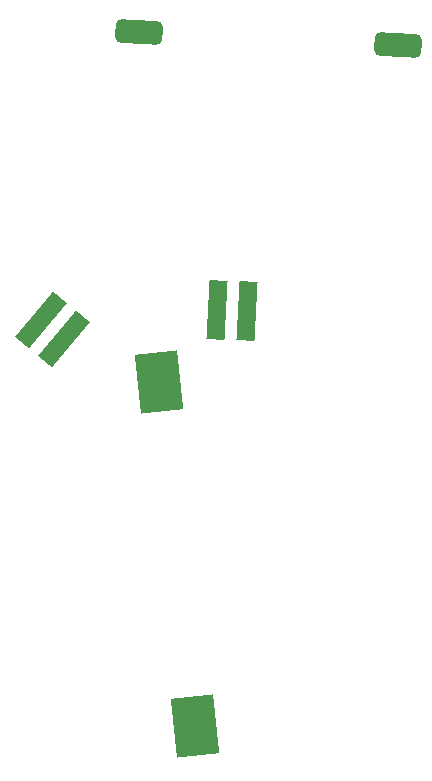
<source format=gbr>
%TF.GenerationSoftware,KiCad,Pcbnew,7.0.10*%
%TF.CreationDate,2024-05-13T16:35:13+02:00*%
%TF.ProjectId,MINT-Labs,4d494e54-2d4c-4616-9273-2e6b69636164,rev?*%
%TF.SameCoordinates,Original*%
%TF.FileFunction,Paste,Bot*%
%TF.FilePolarity,Positive*%
%FSLAX46Y46*%
G04 Gerber Fmt 4.6, Leading zero omitted, Abs format (unit mm)*
G04 Created by KiCad (PCBNEW 7.0.10) date 2024-05-13 16:35:13*
%MOMM*%
%LPD*%
G01*
G04 APERTURE LIST*
G04 Aperture macros list*
%AMRoundRect*
0 Rectangle with rounded corners*
0 $1 Rounding radius*
0 $2 $3 $4 $5 $6 $7 $8 $9 X,Y pos of 4 corners*
0 Add a 4 corners polygon primitive as box body*
4,1,4,$2,$3,$4,$5,$6,$7,$8,$9,$2,$3,0*
0 Add four circle primitives for the rounded corners*
1,1,$1+$1,$2,$3*
1,1,$1+$1,$4,$5*
1,1,$1+$1,$6,$7*
1,1,$1+$1,$8,$9*
0 Add four rect primitives between the rounded corners*
20,1,$1+$1,$2,$3,$4,$5,0*
20,1,$1+$1,$4,$5,$6,$7,0*
20,1,$1+$1,$6,$7,$8,$9,0*
20,1,$1+$1,$8,$9,$2,$3,0*%
%AMRotRect*
0 Rectangle, with rotation*
0 The origin of the aperture is its center*
0 $1 length*
0 $2 width*
0 $3 Rotation angle, in degrees counterclockwise*
0 Add horizontal line*
21,1,$1,$2,0,0,$3*%
G04 Aperture macros list end*
%ADD10RotRect,5.000000X3.600000X96.000000*%
%ADD11RoundRect,0.500000X-1.524112X-0.420811X1.471776X-0.577819X1.524112X0.420811X-1.471776X0.577819X0*%
%ADD12RotRect,1.524000X5.000000X177.000000*%
%ADD13RotRect,1.524000X5.000000X320.000000*%
G04 APERTURE END LIST*
D10*
%TO.C,BT1*%
X150790000Y-101240000D03*
X153852684Y-130379492D03*
%TD*%
D11*
%TO.C,SW1*%
X149078630Y-71582336D03*
X171048479Y-72733727D03*
%TD*%
D12*
%TO.C,D1*%
X158238260Y-95249858D03*
X155701741Y-95116925D03*
%TD*%
D13*
%TO.C,D2*%
X140810026Y-95982464D03*
X142755779Y-97615145D03*
%TD*%
M02*

</source>
